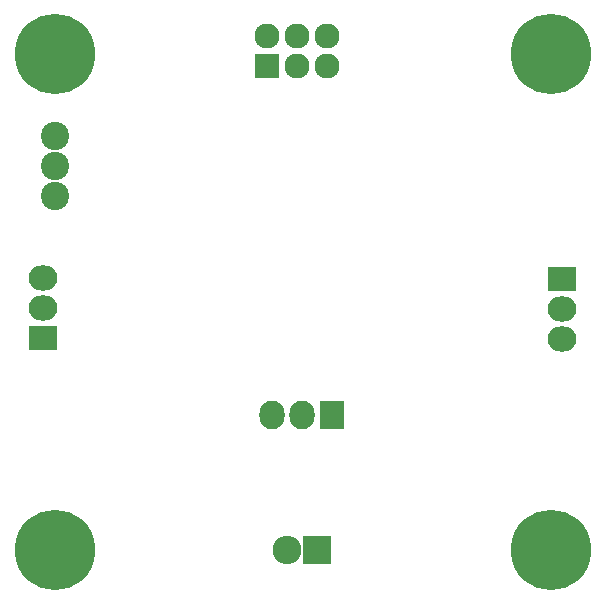
<source format=gbr>
G04 #@! TF.FileFunction,Soldermask,Bot*
%FSLAX46Y46*%
G04 Gerber Fmt 4.6, Leading zero omitted, Abs format (unit mm)*
G04 Created by KiCad (PCBNEW 4.0.2-4+6225~38~ubuntu14.04.1-stable) date Wed 23 Mar 2016 14:02:06 GMT*
%MOMM*%
G01*
G04 APERTURE LIST*
%ADD10C,0.100000*%
%ADD11R,2.127200X2.432000*%
%ADD12O,2.127200X2.432000*%
%ADD13R,2.432000X2.127200*%
%ADD14O,2.432000X2.127200*%
%ADD15C,2.398980*%
%ADD16R,2.127200X2.127200*%
%ADD17O,2.127200X2.127200*%
%ADD18R,2.432000X2.432000*%
%ADD19O,2.432000X2.432000*%
%ADD20C,6.800000*%
G04 APERTURE END LIST*
D10*
D11*
X147500000Y-94500000D03*
D12*
X144960000Y-94500000D03*
X142420000Y-94500000D03*
D13*
X123000000Y-88000000D03*
D14*
X123000000Y-85460000D03*
X123000000Y-82920000D03*
D15*
X124000000Y-73460000D03*
X124000000Y-70920000D03*
X124000000Y-76000000D03*
D16*
X142000000Y-65000000D03*
D17*
X142000000Y-62460000D03*
X144540000Y-65000000D03*
X144540000Y-62460000D03*
X147080000Y-65000000D03*
X147080000Y-62460000D03*
D13*
X167000000Y-83000000D03*
D14*
X167000000Y-85540000D03*
X167000000Y-88080000D03*
D18*
X146250000Y-106000000D03*
D19*
X143710000Y-106000000D03*
D20*
X166000000Y-106000000D03*
X124000000Y-106000000D03*
X166000000Y-64000000D03*
X124000000Y-64000000D03*
M02*

</source>
